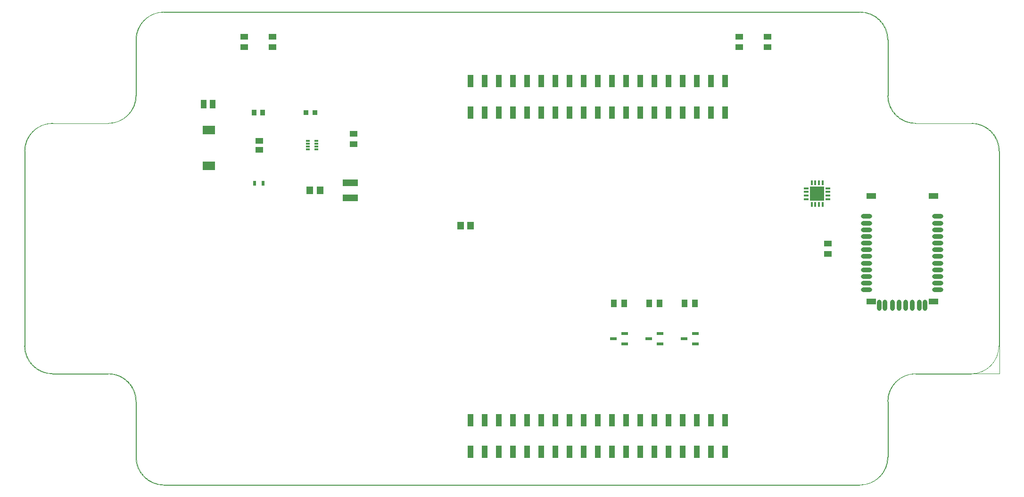
<source format=gbp>
G04*
G04 #@! TF.GenerationSoftware,Altium Limited,Altium Designer,22.7.1 (60)*
G04*
G04 Layer_Color=128*
%FSLAX44Y44*%
%MOMM*%
G71*
G04*
G04 #@! TF.SameCoordinates,7684CF66-3EF2-496F-B3A4-9C416311D090*
G04*
G04*
G04 #@! TF.FilePolarity,Positive*
G04*
G01*
G75*
%ADD17C,0.0127*%
%ADD18C,0.0064*%
%ADD19R,1.0000X1.4000*%
%ADD21R,1.4000X1.0000*%
%ADD85R,1.1500X1.4500*%
%ADD86R,0.9500X0.3500*%
%ADD87R,0.3500X0.9500*%
%ADD88R,2.5500X2.5500*%
%ADD89R,0.5400X0.9400*%
%ADD90R,0.8500X1.0000*%
%ADD91R,1.1400X1.5700*%
%ADD92R,1.4700X1.0200*%
%ADD93O,2.0000X0.8000*%
%ADD94R,1.0201X2.2200*%
%ADD95O,0.8000X2.0000*%
%ADD96R,1.3000X0.6000*%
%ADD97R,0.9000X0.9500*%
%ADD98R,2.8200X1.2200*%
%ADD99R,0.6700X0.3000*%
%ADD100R,1.8000X1.0000*%
%ADD101R,2.2000X1.6000*%
D17*
X2612500Y1340000D02*
G03*
X2562500Y1390000I-50000J0D01*
G01*
X2462500Y940000D02*
G03*
X2412500Y890000I0J-50000D01*
G01*
X2562500Y940000D02*
G03*
X2612500Y990000I0J50000D01*
G01*
X1062500Y790000D02*
G03*
X1112500Y740000I50000J0D01*
G01*
X862500Y990000D02*
G03*
X912500Y940000I50000J0D01*
G01*
X2362500Y740000D02*
G03*
X2412500Y790000I0J50000D01*
G01*
Y1440000D02*
G03*
X2462500Y1390000I50000J0D01*
G01*
X2412500Y1540000D02*
G03*
X2362500Y1590000I-50000J0D01*
G01*
X1012500Y1390000D02*
G03*
X1062500Y1440000I0J50000D01*
G01*
X912500Y1390000D02*
G03*
X862500Y1340000I0J-50000D01*
G01*
X1062500Y890000D02*
G03*
X1012500Y940000I-50000J0D01*
G01*
X1112500Y1590000D02*
G03*
X1062500Y1540000I0J-50000D01*
G01*
X1063600Y790410D02*
G03*
X1113600Y740410I50000J0D01*
G01*
X863600Y990410D02*
G03*
X913600Y940410I50000J0D01*
G01*
X2613600Y1340410D02*
G03*
X2563600Y1390410I-50000J0D01*
G01*
X2413600Y1440410D02*
G03*
X2463600Y1390410I50000J0D01*
G01*
Y940410D02*
G03*
X2413600Y890410I0J-50000D01*
G01*
X2363600Y740410D02*
G03*
X2413600Y790410I0J50000D01*
G01*
Y1540410D02*
G03*
X2363600Y1590410I-50000J0D01*
G01*
X1113600D02*
G03*
X1063600Y1540410I0J-50000D01*
G01*
X1013600Y1390410D02*
G03*
X1063600Y1440410I0J50000D01*
G01*
X913600Y1390410D02*
G03*
X863600Y1340410I0J-50000D01*
G01*
X1063600Y890410D02*
G03*
X1013600Y940410I-50000J0D01*
G01*
X2612500Y990000D02*
Y1340000D01*
X912500Y940000D02*
X1012500D01*
X1112500Y740000D02*
X2362500D01*
X862500Y990000D02*
Y1340000D01*
X1062500Y790000D02*
Y890000D01*
Y1440000D02*
Y1540000D01*
X1112500Y1590000D02*
X2362500D01*
X2462500Y1390000D02*
X2562500D01*
X2462500Y940000D02*
X2562500D01*
X2412500Y1440000D02*
Y1540000D01*
Y790000D02*
Y890000D01*
X912500Y1390000D02*
X1012500D01*
X1063600Y1440410D02*
Y1540410D01*
X1113600Y1590410D02*
X2363600D01*
X863600Y990410D02*
Y1340410D01*
X913600Y1390410D02*
X1013600D01*
X2463600Y940410D02*
X2613600D01*
X1113600Y740410D02*
X2363600D01*
X2613600Y940410D02*
Y1340410D01*
X913600Y940410D02*
X1013600D01*
X2413600Y790410D02*
Y890410D01*
X2463600Y1390410D02*
X2563600D01*
X2413600Y1440410D02*
Y1540410D01*
X1063600Y790410D02*
Y890410D01*
D18*
X862532Y740000D02*
G03*
X862532Y740000I-32J0D01*
G01*
D02*
G03*
X862532Y740000I-32J0D01*
G01*
D19*
X1984400Y1066800D02*
D03*
X1920900D02*
D03*
X2047900D02*
D03*
X2066900D02*
D03*
X2003400D02*
D03*
X1939900D02*
D03*
D21*
X1454000Y1371750D02*
D03*
Y1352750D02*
D03*
X2305000Y1155500D02*
D03*
Y1174500D02*
D03*
X2197100Y1546200D02*
D03*
Y1527200D02*
D03*
X2146300Y1546200D02*
D03*
Y1527200D02*
D03*
X1257300D02*
D03*
Y1546200D02*
D03*
X1308100Y1527200D02*
D03*
Y1546200D02*
D03*
D85*
X1663700Y1206500D02*
D03*
X1645700D02*
D03*
X1393300Y1270000D02*
D03*
X1375300D02*
D03*
D86*
X2305500Y1273400D02*
D03*
Y1266900D02*
D03*
Y1260400D02*
D03*
Y1253900D02*
D03*
X2266500D02*
D03*
Y1260400D02*
D03*
Y1266900D02*
D03*
Y1273400D02*
D03*
D87*
X2295750Y1244150D02*
D03*
X2289250D02*
D03*
X2282750D02*
D03*
X2276250D02*
D03*
Y1283150D02*
D03*
X2282750D02*
D03*
X2289250D02*
D03*
X2295750D02*
D03*
D88*
X2286000Y1263650D02*
D03*
D89*
X1291500Y1282750D02*
D03*
X1275500D02*
D03*
D90*
X1275200Y1409700D02*
D03*
X1290200D02*
D03*
D91*
X1200750Y1425000D02*
D03*
X1184550D02*
D03*
D92*
X1284250Y1358750D02*
D03*
Y1342750D02*
D03*
D93*
X2503000Y1223000D02*
D03*
Y1091000D02*
D03*
X2375000D02*
D03*
Y1103000D02*
D03*
Y1115000D02*
D03*
Y1127000D02*
D03*
Y1139000D02*
D03*
Y1151000D02*
D03*
Y1163000D02*
D03*
Y1175000D02*
D03*
Y1187000D02*
D03*
Y1199000D02*
D03*
Y1211000D02*
D03*
Y1223000D02*
D03*
X2503000Y1103000D02*
D03*
Y1115000D02*
D03*
Y1127000D02*
D03*
Y1139000D02*
D03*
Y1151000D02*
D03*
Y1163000D02*
D03*
Y1175000D02*
D03*
Y1187000D02*
D03*
Y1199000D02*
D03*
Y1211000D02*
D03*
D94*
X1663700Y1409700D02*
D03*
Y1466220D02*
D03*
X1689100Y1409700D02*
D03*
Y1466220D02*
D03*
X1714500Y1409700D02*
D03*
Y1466220D02*
D03*
X1739900Y1409700D02*
D03*
Y1466220D02*
D03*
X1765300Y1409700D02*
D03*
Y1466220D02*
D03*
X1790700Y1409700D02*
D03*
Y1466220D02*
D03*
X1816100Y1409700D02*
D03*
Y1466220D02*
D03*
X1841500Y1409700D02*
D03*
Y1466220D02*
D03*
X1866900Y1409700D02*
D03*
Y1466220D02*
D03*
X1892300Y1409700D02*
D03*
Y1466220D02*
D03*
X1917700Y1409700D02*
D03*
Y1466220D02*
D03*
X1943100Y1409700D02*
D03*
Y1466220D02*
D03*
X1968500Y1409700D02*
D03*
Y1466220D02*
D03*
X1993900Y1409700D02*
D03*
Y1466220D02*
D03*
X2019300Y1409700D02*
D03*
Y1466220D02*
D03*
X2044700Y1409700D02*
D03*
Y1466220D02*
D03*
X2070100Y1409700D02*
D03*
Y1466220D02*
D03*
X2095500Y1409700D02*
D03*
Y1466220D02*
D03*
X2120900Y1409700D02*
D03*
Y1466220D02*
D03*
Y856620D02*
D03*
Y800100D02*
D03*
X2095500Y856620D02*
D03*
Y800100D02*
D03*
X2070100Y856620D02*
D03*
Y800100D02*
D03*
X2044700Y856620D02*
D03*
Y800100D02*
D03*
X2019300Y856620D02*
D03*
Y800100D02*
D03*
X1993900Y856620D02*
D03*
Y800100D02*
D03*
X1968500Y856620D02*
D03*
Y800100D02*
D03*
X1943100Y856620D02*
D03*
Y800100D02*
D03*
X1917700Y856620D02*
D03*
Y800100D02*
D03*
X1892300Y856620D02*
D03*
Y800100D02*
D03*
X1866900Y856620D02*
D03*
Y800100D02*
D03*
X1841500Y856620D02*
D03*
Y800100D02*
D03*
X1816100Y856620D02*
D03*
Y800100D02*
D03*
X1790700Y856620D02*
D03*
Y800100D02*
D03*
X1765300Y856620D02*
D03*
Y800100D02*
D03*
X1739900Y856620D02*
D03*
Y800100D02*
D03*
X1714500Y856620D02*
D03*
Y800100D02*
D03*
X1689100Y856620D02*
D03*
Y800100D02*
D03*
X1663700Y856620D02*
D03*
Y800100D02*
D03*
X1892300Y1466220D02*
D03*
Y1409700D02*
D03*
X1917700D02*
D03*
X1739900D02*
D03*
X1892300Y800100D02*
D03*
X1765300Y856620D02*
D03*
X1663700D02*
D03*
Y1409700D02*
D03*
X1689100D02*
D03*
Y1466220D02*
D03*
X1714500Y1409700D02*
D03*
Y1466220D02*
D03*
X1739900D02*
D03*
X1765300Y1409700D02*
D03*
Y1466220D02*
D03*
X1790700Y1409700D02*
D03*
Y1466220D02*
D03*
X1816100Y1409700D02*
D03*
Y1466220D02*
D03*
X1841500Y1409700D02*
D03*
Y1466220D02*
D03*
X1866900Y1409700D02*
D03*
Y1466220D02*
D03*
X1917700D02*
D03*
X1943100Y1409700D02*
D03*
Y1466220D02*
D03*
X1968500Y1409700D02*
D03*
Y1466220D02*
D03*
X1993900Y1409700D02*
D03*
Y1466220D02*
D03*
X2019300Y1409700D02*
D03*
Y1466220D02*
D03*
X2044700Y1409700D02*
D03*
Y1466220D02*
D03*
X2070100Y1409700D02*
D03*
Y1466220D02*
D03*
X2095500Y1409700D02*
D03*
Y1466220D02*
D03*
X2120900Y1409700D02*
D03*
Y1466220D02*
D03*
Y856620D02*
D03*
Y800100D02*
D03*
X2095500Y856620D02*
D03*
Y800100D02*
D03*
X2070100Y856620D02*
D03*
Y800100D02*
D03*
X2044700Y856620D02*
D03*
Y800100D02*
D03*
X2019300Y856620D02*
D03*
Y800100D02*
D03*
X1993900Y856620D02*
D03*
Y800100D02*
D03*
X1968500Y856620D02*
D03*
Y800100D02*
D03*
X1943100Y856620D02*
D03*
Y800100D02*
D03*
X1917700Y856620D02*
D03*
Y800100D02*
D03*
X1892300Y856620D02*
D03*
X1866900D02*
D03*
Y800100D02*
D03*
X1841500Y856620D02*
D03*
Y800100D02*
D03*
X1816100Y856620D02*
D03*
Y800100D02*
D03*
X1790700Y856620D02*
D03*
Y800100D02*
D03*
X1765300D02*
D03*
X1739900Y856620D02*
D03*
Y800100D02*
D03*
X1714500Y856620D02*
D03*
Y800100D02*
D03*
X1689100Y856620D02*
D03*
Y800100D02*
D03*
X1663700Y856620D02*
D03*
Y800100D02*
D03*
Y1466220D02*
D03*
D95*
X2470000Y1063000D02*
D03*
X2408000D02*
D03*
X2480000D02*
D03*
X2398000D02*
D03*
X2421000D02*
D03*
X2433000D02*
D03*
X2445000D02*
D03*
X2457000D02*
D03*
D96*
X2067900Y993800D02*
D03*
X2004400D02*
D03*
X1940900D02*
D03*
X2046900Y1003300D02*
D03*
X2067900Y1012800D02*
D03*
X1983400Y1003300D02*
D03*
X2004400Y1012800D02*
D03*
X1919900Y1003300D02*
D03*
X1940900Y1012800D02*
D03*
D97*
X1384300Y1409700D02*
D03*
X1368300D02*
D03*
D98*
X1447800Y1256500D02*
D03*
Y1283500D02*
D03*
D99*
X1386400Y1343900D02*
D03*
Y1358900D02*
D03*
Y1353900D02*
D03*
Y1348900D02*
D03*
X1371600Y1343900D02*
D03*
Y1348900D02*
D03*
Y1353900D02*
D03*
Y1358900D02*
D03*
D100*
X2383000Y1260000D02*
D03*
X2495000D02*
D03*
X2383000Y1070000D02*
D03*
X2495000D02*
D03*
D101*
X1193800Y1314200D02*
D03*
Y1378200D02*
D03*
M02*

</source>
